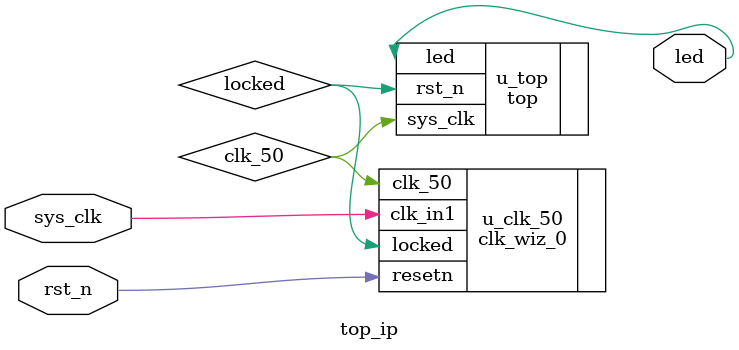
<source format=v>
module top_ip
(
    input wire sys_clk,
    input wire rst_n,
    output wire led
);
    wire clk_50;
    wire locked;
    clk_wiz_0 u_clk_50
    (
        // Clock out ports
        .clk_50(clk_50),     // output clk_100
        // Status and control signals
        .resetn(rst_n), // input resetn
        .locked(locked),       // output locked
       // Clock in ports
        .clk_in1(sys_clk)
    );      // input clk_in1
    
    top u_top
    (
        .sys_clk(clk_50),
        .rst_n(locked),
        .led(led)
    );

endmodule

</source>
